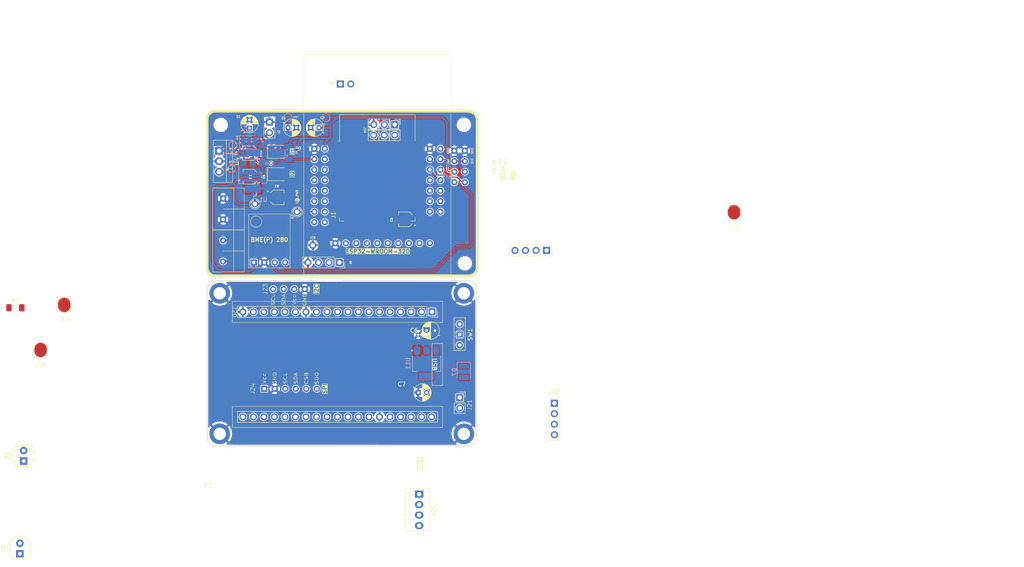
<source format=kicad_pcb>
(kicad_pcb (version 20240108) (generator "pcbnew") (generator_version "8.0")
  (layers (0 "F.Cu" signal) (31 "B.Cu" signal) (34 "B.Paste" user) (35 "F.Paste" user) (36 "B.SilkS" user "B.Silkscreen") (37 "F.SilkS" user "F.Silkscreen") (38 "B.Mask" user) (39 "F.Mask" user) (44 "Edge.Cuts" user))
  (net 0 "")
  (net 1 "GND")
  (net 2 "+3V3")
  (net 3 "+5V")
  (net 4 "/RXD")
  (net 5 "/TXD")
  (net 6 "/SDA")
  (net 7 "/GPIO_33")
  (net 8 "/SCL")
  (net 9 "/OUT3")
  (net 10 "/EN")
  (net 11 "/SOURCE2")
  (net 12 "/SOURCE1")
  (net 13 "/SOURCE3")
  (net 14 "/VDC")
  (net 15 "/DAC1")
  (net 16 "/DAC2")
  (net 17 "/GPIO39")
  (net 18 "/GPIO19")
  (net 19 "/GPIO17")
  (net 20 "/GPIO5")
  (net 21 "/GPIO18")
  (net 22 "/SD_DATA0")
  (net 23 "/ADC2_CH3")
  (net 24 "/SD_DATA3")
  (net 25 "/SD_CMD")
  (net 26 "/SD_CLK")
  (net 27 "/SD_DATA2")
  (net 28 "/SD_DATA1")
  (net 29 "/ADC2_CH0")
  (net 30 "/GPIO23")
  (net 31 "/GPIO36")
  (net 32 "/ADC2_CH2")
  (net 33 "/BOOT")
  (net 34 "/GPIO13")
  (net 35 "/SOURCE4")
  (net 36 "/SOURCE5")
  (net 37 "/SIPO_DATA")
  (net 38 "/SIPO_CLK")
  (net 39 "/SIPO_LATCH")
  (net 40 "/GPIO14")
  (net 41 "/OUT1")
  (net 42 "/VIN")
  (net 43 "Net-(D5-Pad1)")
  (net 44 "Net-(J15-Pin_1)")
  (net 45 "Net-(J19-Pin_1)")
  (net 46 "/OUT2")
  (net 58 "/ESP32-WROOM-32U Node/VIN")
  (net 63 "/ESP32-WROOM-32U Node/VDC")
  (net 74 "/ESP32-WROOM-32U Node/SPI-SDO")
  (net 75 "/ESP32-WROOM-32U Node/TX")
  (net 76 "Net-(J21-Pin_1)")
  (net 77 "/ESP32-WROOM-32U Node/SDA-2")
  (net 78 "/ESP32-WROOM-32U Node/SPI-CSB")
  (net 79 "/ESP32-WROOM-32U Node/SPI-SCL")
  (net 80 "/ESP32-WROOM-32U Node/SCL-2")
  (net 81 "/ESP32-WROOM-32U Node/RX")
  (net 82 "Net-(D7-A)")
  (net 83 "/ESP32-WROOM-32U Node/SPI-SDA")
  (net 85 "/ESP32-WROOM-32U Node/12V")
  (footprint "Capacitor_THT:CP_Radial_D4.0mm_P2.00mm" (layer "F.Cu") (at 107 44.2 180)
    (property "Reference" "C2")
    (property "Value" "1uF")
  )
  (footprint "LED_SMD:LED_1210_3225Metric_Pad1.42x2.65mm_HandSolder" (layer "F.Cu") (at 97 55.45)
    (property "Reference" "D2")
    (property "Value" "STATUS")
  )
  (footprint "Alexander Footprint Library:Board_65-40" (layer "F.Cu") (at 80 131.25)
    (property "Reference" "H3")
    (property "Value" "Project_Box_Board_65x40")
    (fp_line (start 0 -13) (end 0 -47) (stroke (width 0.05)) (layer "Edge.Cuts"))
    (fp_line (start 3 -50) (end 62 -50) (stroke (width 0.05)) (layer "Edge.Cuts"))
    (fp_line (start 62 -10) (end 3 -10) (stroke (width 0.05)) (layer "Edge.Cuts"))
    (fp_line (start 65 -47) (end 65 -13) (stroke (width 0.05)) (layer "Edge.Cuts"))
    (fp_arc (start 0 -47) (mid 0.87868 -49.12132) (end 3 -50) (stroke (width 0.05)) (layer "Edge.Cuts"))
    (fp_arc (start 3 -10) (mid 0.87868 -10.87868) (end 0 -13) (stroke (width 0.05)) (layer "Edge.Cuts"))
    (fp_arc (start 62 -50) (mid 64.12132 -49.12132) (end 65 -47) (stroke (width 0.05)) (layer "Edge.Cuts"))
    (fp_arc (start 65 -13) (mid 64.12132 -10.87868) (end 62 -10) (stroke (width 0.05)) (layer "Edge.Cuts"))
  )
  (footprint "Capacitor_SMD:CP_Elec_3x5.3" (layer "F.Cu") (at 90.3 50.35 180)
    (property "Reference" "C4")
    (property "Value" "0.1uF")
  )
  (footprint "Resistor_SMD:R_1206_3216Metric_Pad1.30x1.75mm_HandSolder" (layer "F.Cu") (at 33.612 87.7585)
    (property "Reference" "R7")
    (property "Value" "4K7")
  )
  (footprint "LED_THT:LED_D5.0mm" (layer "F.Cu") (at 34.7 147.25 90)
    (property "Reference" "D6")
    (property "Value" "LED_STATUS")
  )
  (footprint "Connector_PinSocket_2.54mm:PinSocket_1x04_P2.54mm_Vertical" (layer "F.Cu") (at 163.88 110.85)
    (property "Reference" "J22")
    (property "Value" "PWR_SATA_Conn_01x04")
  )
  (footprint "Alexander Footprint Library:Pad_1x01_P2.54_SMD" (layer "F.Cu") (at 39.712 102.098)
    (property "Reference" "J19")
    (property "Value" "LED_PWR")
  )
  (footprint "Alexanddr Footprints Library:ESP32-WROOM-Adapter-Socket-2" (layer "F.Cu") (at 121.1 56.9025)
    (property "Reference" "J1")
    (property "Value" "~")
  )
  (footprint "Alexander Footprint Library:Pad_1x01_P2.54_SMD" (layer "F.Cu") (at 45.412 91.198)
    (property "Reference" "J15")
    (property "Value" "LED_PWR")
  )
  (footprint "MountingHole:MountingHole_3mm" (layer "F.Cu") (at 142 43.5)
    (property "Reference" "H1" (hide yes))
    (property "Value" "MountingHole_Pad")
  )
  (footprint "MountingHole:MountingHole_3mm" (layer "F.Cu") (at 83.25 43.53)
    (property "Reference" "H2" (hide yes))
    (property "Value" "MountingHole_Pad")
  )
  (footprint "Alexander Footprints Library:Conn_Terminal_5mm" (layer "F.Cu") (at 83.82 53.69)
    (property "Reference" "J9" (hide yes))
    (property "Value" "Conn_01x02_Socket")
  )
  (footprint "Alexander Footprint Library:Pad_1x01_P2.54_SMD" (layer "F.Cu") (at 207.3 68.7895)
    (property "Reference" "J17")
    (property "Value" "GND")
  )
  (footprint "Capacitor_THT:CP_Radial_D4.0mm_P2.00mm" (layer "F.Cu") (at 131 108.25)
    (property "Reference" "C7")
    (property "Value" "1uF")
  )
  (footprint "Connector:FanPinHeader_1x04_P2.54mm_Vertical" (layer "F.Cu") (at 131.2 132.83 -90)
    (property "Reference" "J25")
    (property "Value" "Conn_01x04_Pin")
  )
  (footprint "Capacitor_SMD:CP_Elec_3x5.3" (layer "F.Cu") (at 90.4 56.05 180)
    (property "Reference" "C9")
    (property "Value" "0.1uF")
  )
  (footprint "Alexander Footprint Library:PinSocket_1x01_P2.54" (layer "F.Cu") (at 91.5 65.19)
    (property "Reference" "J7")
    (property "Value" "LED_PWR")
  )
  (footprint "Alexander Footprint Library:Conn_SPI" (layer "F.Cu") (at 88.68 107.35 90)
    (property "Reference" "J24")
    (property "Value" "~")
  )
  (footprint "Connector_PinSocket_2.54mm:PinSocket_1x02_P2.54mm_Vertical" (layer "F.Cu") (at 95.025 42.85)
    (property "Reference" "J2")
    (property "Value" "PWR")
  )
  (footprint "Connector_PinSocket_2.54mm:PinSocket_1x04_P2.54mm_Vertical" (layer "F.Cu") (at 111.94 76.8 -90)
    (property "Reference" "J6")
    (property "Value" "SOURCE")
  )
  (footprint "Connector_PinSocket_2.54mm:PinSocket_1x04_P2.54mm_Vertical" (layer "F.Cu") (at 162 73.875 -90)
    (property "Reference" "J10" (hide yes))
    (property "Value" "ADC")
  )
  (footprint "Capacitor_SMD:CP_Elec_3x5.3" (layer "F.Cu") (at 128 66.35 180)
    (property "Reference" "C5")
    (property "Value" "0.1uF")
  )
  (footprint "Alexander Footprint Library:PinSocket_1x02_P2.54" (layer "F.Cu") (at 139.79 114.5925)
    (property "Reference" "J21")
    (property "Value" "PWR")
  )
  (footprint "Capacitor_THT:CP_Radial_D4.0mm_P2.00mm" (layer "F.Cu") (at 99.5 44.2)
    (property "Reference" "C3")
    (property "Value" "1uF")
  )
  (footprint "Alexander Footprint Library:Conn_ESP32_WROOM-DevKit-38pins" (layer "F.Cu") (at 86.06 88.75 -90)
    (property "Reference" "J20")
    (property "Value" "~")
  )
  (footprint "Capacitor_SMD:CP_Elec_3x5.3" (layer "F.Cu") (at 96.8 61.05)
    (property "Reference" "C8")
    (property "Value" "10uF")
  )
  (footprint "Alexander Footprint Library:PinSocket_1x01_P2.54" (layer "F.Cu") (at 101.7 67.12)
    (property "Reference" "J18")
    (property "Value" "LED_PWR")
  )
  (footprint "Alexander Footprint Library:Conn_I2C" (layer "F.Cu") (at 111.16 83.25 -90)
    (property "Reference" "J23")
    (property "Value" "I2C")
  )
  (footprint "Capacitor_THT:CP_Radial_D4.0mm_P2.00mm" (layer "F.Cu") (at 135 93.25 180)
    (property "Reference" "C6")
    (property "Value" "1uF")
  )
  (footprint "Connector_PinSocket_2.54mm:PinSocket_1x02_P2.54mm_Vertical" (layer "F.Cu") (at 112.15 33.625 90)
    (property "Reference" "J5")
    (property "Value" "DAC")
  )
  (footprint "Alexander Footprint Library:CONN_2x3" (layer "F.Cu") (at 130.38 43.45 -90)
    (property "Reference" "J14")
    (property "Value" "GPIO")
  )
  (footprint "Alexander Footprints Library:Conn_UART" (layer "F.Cu") (at 139.7 42.15)
    (property "Reference" "J3" (hide yes))
    (property "Value" "UART")
  )
  (footprint "Alexander Footprint Library:SW_Slide-03_7.3x2.5x2.5_P2.54mm" (layer "F.Cu") (at 141 94.25 -90)
    (property "Reference" "SW1")
    (property "Value" "SW_SPDT")
  )
  (footprint "Alexander Footprint Library:PinSocket_1x01_P2.54" (layer "F.Cu") (at 105.5 75.19)
    (property "Reference" "J16")
    (property "Value" "GND")
  )
  (footprint "Capacitor_THT:CP_Radial_D4.0mm_P2.00mm" (layer "F.Cu") (at 90.2 44.3 90)
    (property "Reference" "C1")
    (property "Value" "1uF")
  )
  (footprint "Alexander Footprint Library:BME280_BMP280_I2C" (layer "F.Cu") (at 90 78.1 90)
    (property "Reference" "U7")
    (property "Value" "BME(P)280")
  )
  (footprint "Alexander Footprint Library:LD1117" (layer "F.Cu") (at 82.855 49.77 -90)
    (property "Reference" "U4")
    (property "Value" "L7805")
  )
  (footprint "Alexander Footprints Library:Conn_I2C" (layer "F.Cu") (at 142.24 42.15)
    (property "Reference" "J4" (hide yes))
    (property "Value" "I2C")
  )
  (footprint "LED_THT:LED_D5.0mm" (layer "F.Cu") (at 35.612 124.8335 90)
    (property "Reference" "D5")
    (property "Value" "LED_PWR")
  )
  (footprint "LED_SMD:LED_1210_3225Metric_Pad1.42x2.65mm_HandSolder" (layer "F.Cu") (at 97 50)
    (property "Reference" "D1")
    (property "Value" "PWR")
  )
  (footprint "MountingHole:MountingHole_3mm" (layer "F.Cu") (at 142.25 77)
    (property "Reference" "H4" (hide yes))
    (property "Value" "MountingHole_Pad")
  )
  (footprint "Alexander Footprints Library:Conn_Terminal_5mm" (layer "F.Cu") (at 83.82 63.85)
    (property "Reference" "J8" (hide yes))
    (property "Value" "Conn_01x02_Socket")
  )
  (footprint "TestPoint:TestPoint_Pad_D1.5mm" (layer "B.Cu") (at 99.5 41.75 180)
    (property "Reference" "TP4")
    (property "Value" "5V")
  )
  (footprint "TestPoint:TestPoint_Pad_D1.5mm" (layer "B.Cu") (at 108.7 41.75 180)
    (property "Reference" "TP3")
    (property "Value" "3V3")
  )
  (footprint "Diode_SMD:D_1210_3225Metric" (layer "B.Cu") (at 142 103.25 -90)
    (property "Reference" "D7")
    (property "Value" "D")
  )
  (footprint "Resistor_SMD:R_1206_3216Metric_Pad1.30x1.75mm_HandSolder" (layer "B.Cu") (at 99.7 50.25 -90)
    (property "Reference" "R1")
    (property "Value" "10K")
  )
  (footprint "Diode_SMD:D_1210_3225Metric" (layer "B.Cu") (at 90.1 47.75)
    (property "Reference" "D4")
    (property "Value" "D")
  )
  (footprint "TestPoint:TestPoint_Pad_D1.5mm" (layer "B.Cu") (at 86.2 48.45 180)
    (property "Reference" "TP1")
    (property "Value" "VIN")
  )
  (footprint "TestPoint:TestPoint_Pad_D1.5mm" (layer "B.Cu") (at 85.9 54.15 180)
    (property "Reference" "TP2")
    (property "Value" "GND")
  )
  (footprint "Package_TO_SOT_SMD:SOT-223-3_TabPin2" (layer "B.Cu") (at 91 55.75 -90)
    (property "Reference" "U1")
    (property "Value" "AMS1117-3V3")
  )
  (footprint "Package_TO_SOT_SMD:SOT-223-3_TabPin2" (layer "B.Cu") (at 133 101.25 -90)
    (property "Reference" "U11")
    (property "Value" "AMS1117-5.0")
  )
  (gr_line (start 145.25 42.11421) (end 145.25 78.085782) (stroke (width 0.75)) (layer "F.SilkS"))
  (gr_line (start 81.914218 40.164218) (end 143.08579 40.164218) (stroke (width 0.75)) (layer "F.SilkS"))
  (gr_arc (start 145.25 78.085782) (mid 144.66422 79.500007) (end 143.25 80.085782) (stroke (width 0.75)) (layer "F.SilkS"))
  (gr_line (start 79.914218 42.11421) (end 79.914218 78.085782) (stroke (width 0.75)) (layer "F.SilkS"))
  (gr_arc (start 81.914218 80.085782) (mid 80.499999 79.500001) (end 79.914218 78.085782) (stroke (width 0.75)) (layer "F.SilkS"))
  (gr_arc (start 143.25 40.25) (mid 144.664214 40.835786) (end 145.25 42.25) (stroke (width 0.75)) (layer "F.SilkS"))
  (gr_arc (start 79.914218 42.164218) (mid 80.499999 40.749999) (end 81.914218 40.164218) (stroke (width 0.75)) (layer "F.SilkS"))
  (gr_line (start 81.914214 80.085782) (end 143.085786 80.085782) (stroke (width 0.75)) (layer "F.SilkS"))
  (gr_line (start 82.014214 80.235786) (end 106.4 80.25) (stroke (width 0.1)) (layer "Edge.Cuts"))
  (gr_line (start 80 42.25) (end 80.014214 78.235786) (stroke (width 0.1)) (layer "Edge.Cuts"))
  (gr_arc (start 79.921321 83.157107) (mid 80.507106 81.742896) (end 81.921321 81.157107) (stroke (width 0.1)) (layer "Edge.Cuts"))
  (gr_line (start 81.921321 121.128679) (end 143.107107 121.142893) (stroke (width 0.1)) (layer "Edge.Cuts"))
  (gr_arc (start 81.921321 121.128679) (mid 80.507101 120.542899) (end 79.921321 119.128679) (stroke (width 0.1)) (layer "Edge.Cuts"))
  (gr_line (start 143.092893 81.157107) (end 113 81.15) (stroke (width 0.1)) (layer "Edge.Cuts"))
  (gr_arc (start 145.107107 119.142893) (mid 144.521321 120.557107) (end 143.107107 121.142893) (stroke (width 0.1)) (layer "Edge.Cuts"))
  (gr_line (start 106.4 81.15) (end 81.921321 81.157107) (stroke (width 0.1)) (layer "Edge.Cuts"))
  (gr_arc (start 143.185786 40.264214) (mid 144.600004 40.849996) (end 145.185786 42.264214) (stroke (width 0.1)) (layer "Edge.Cuts"))
  (gr_line (start 113 80.25) (end 143.185786 80.235786) (stroke (width 0.1)) (layer "Edge.Cuts"))
  (gr_arc (start 82.014214 80.235786) (mid 80.599996 79.650004) (end 80.014214 78.235786) (stroke (width 0.1)) (layer "Edge.Cuts"))
  (gr_line (start 145.185786 42.264214) (end 145.185786 78.235786) (stroke (width 0.1)) (layer "Edge.Cuts"))
  (gr_arc (start 80 42.25) (mid 80.585786 40.835786) (end 82 40.25) (stroke (width 0.1)) (layer "Edge.Cuts"))
  (gr_line (start 145.107107 119.142893) (end 145.092893 83.157107) (stroke (width 0.1)) (layer "Edge.Cuts"))
  (gr_line (start 79.921321 119.128679) (end 79.921321 83.157107) (stroke (width 0.1)) (layer "Edge.Cuts"))
  (gr_line (start 106.4 81.15) (end 106.4 80.25) (stroke (width 0.1)) (layer "Edge.Cuts"))
  (gr_arc (start 145.185786 78.235786) (mid 144.600004 79.650004) (end 143.185786 80.235786) (stroke (width 0.1)) (layer "Edge.Cuts"))
  (gr_arc (start 143.092893 81.157107) (mid 144.507112 81.742888) (end 145.092893 83.157107) (stroke (width 0.1)) (layer "Edge.Cuts"))
  (gr_line (start 113 81.15) (end 113 80.25) (stroke (width 0.1)) (layer "Edge.Cuts"))
  (gr_line (start 143.185786 40.264214) (end 82 40.25) (stroke (width 0.1)) (layer "Edge.Cuts"))
  (gr_text "PWR" (at 132 127.25 90) (layer "F.SilkS" knockout) (effects (font (size 1 1) (thickness 0.25) (bold yes)) (justify left bottom)))
  (segment (start 84.21 66) (end 83.82 66.39) (width 0.5) (layer "F.Cu") (net 1))
  (segment (start 95.5 54.8625) (end 95.5125 54.85) (width 0.25) (layer "F.Cu") (net 1))
  (segment (start 95.5 55.4625) (end 95.5125 55.45) (width 0.25) (layer "F.Cu") (net 1))
  (segment (start 91.5 59.65) (end 91.9 59.25) (width 0.5) (layer "F.Cu") (net 2))
  (segment (start 101.15 50) (end 102 49.15) (width 0.5) (layer "F.Cu") (net 2))
  (segment (start 94.63 62.62) (end 91.5 62.62) (width 0.5) (layer "F.Cu") (net 2))
  (segment (start 91.9 59.25) (end 91.9 56.05) (width 0.5) (layer "F.Cu") (net 2))
  (segment (start 98.4875 50) (end 101.15 50) (width 0.5) (layer "F.Cu") (net 2))
  (segment (start 95.3 61.05) (end 95.3 61.95) (width 0.5) (layer "F.Cu") (net 2))
  (segment (start 95.3 61.95) (end 94.63 62.62) (width 0.5) (layer "F.Cu") (net 2))
  (segment (start 91.5 62.62) (end 91.5 59.65) (width 0.5) (layer "F.Cu") (net 2))
  (via (at 102 49.15) (size 0.8) (drill 0.4) (layers "F.Cu" "B.Cu") (net 2))
  (segment (start 96.075 48.7) (end 97.525 48.7) (width 0.5) (layer "B.Cu") (net 2))
  (segment (start 108.4 49.2825) (end 108.4 47.85) (width 0.5) (layer "B.Cu") (net 2))
  (segment (start 109.408578 44.2) (end 107 44.2) (width 0.5) (layer "B.Cu") (net 2))
  (segment (start 109.5 46.75) (end 109.75 46.5) (width 0.5) (layer "B.Cu") (net 2))
  (segment (start 81.3 75.997918) (end 81.3 59.75104) (width 0.5) (layer "B.Cu") (net 2))
  (segment (start 93.3 54.905025) (end 93.3 52.6) (width 0.5) (layer "B.Cu") (net 2))
  (segment (start 100 48.7) (end 100 48.03033) (width 0.5) (layer "B.Cu") (net 2))
  (segment (start 137.9 51.55) (end 138.66 52.31) (width 0.5) (layer "B.Cu") (net 2))
  (segment (start 84.202081 78.9) (end 89.990883 78.9) (width 0.5) (layer "B.Cu") (net 2))
  (segment (start 109.75 45) (end 109.75 44.141421) (width 0.5) (layer "B.Cu") (net 2))
  (segment (start 103 46.75) (end 101.28033 46.75) (width 0.5) (layer "B.Cu") (net 2))
  (segment (start 109.75 43.858578) (end 109.75 44.141421) (width 0.5) (layer "B.Cu") (net 2))
  (segment (start 138.66 52.31) (end 139.7 52.31) (width 0.5) (layer "B.Cu") (net 2))
  (segment (start 139.7 52.31) (end 142.24 52.31) (width 0.5) (layer "B.Cu") (net 2))
  (segment (start 129.1 41.75) (end 136.8 41.75) (width 0.5) (layer "B.Cu") (net 2))
  (segment (start 112.31066 41.75) (end 129.1 41.75) (width 0.5) (layer "B.Cu") (net 2))
  (segment (start 88.207106 62.75) (end 91.5 62.75) (width 0.5) (layer "B.Cu") (net 2))
  (segment (start 86.5 61.042893) (end 86.5 57.5) (width 0.5) (layer "B.Cu") (net 2))
  (segment (start 103 46.75) (end 109.5 46.75) (width 0.5) (layer "B.Cu") (net 2))
  (segment (start 137.9 42.85) (end 137.9 51.55) (width 0.5) (layer "B.Cu") (net 2))
  (segment (start 91.22 77.670883) (end 91.22 76.8) (width 0.5) (layer "B.Cu") (net 2))
  (segment (start 89.455634 56.1) (end 92.105025 56.1) (width 0.5) (layer "B.Cu") (net 2))
  (segment (start 96.075 48.7) (end 95.177817 48.7) (width 0.5) (layer "B.Cu") (net 2))
  (segment (start 136.8 41.75) (end 137.9 42.85) (width 0.5) (layer "B.Cu") (net 2))
  (segment (start 108.4 47.85) (end 109.75 46.5) (width 0.5) (layer "B.Cu") (net 2))
  (segment (start 109.75 46.5) (end 109.75 45) (width 0.5) (layer "B.Cu") (net 2))
  (segment (start 110.015165 42.984834) (end 110.5 42.5) (width 0.5) (layer "B.Cu") (net 2))
  (segment (start 102 47.75) (end 103 46.75) (width 0.5) (layer "B.Cu") (net 2))
  (segment (start 109.75 43.858578) (end 109.75 43.625) (width 0.5) (layer "B.Cu") (net 2))
  (segment (start 93.3 52.6) (end 93.3 50.577817) (width 0.5) (layer "B.Cu") (net 2))
  (segment (start 82.75104 58.3) (end 84.144365 58.3) (width 0.5) (layer "B.Cu") (net 2))
  (segment (start 102 49.15) (end 102 47.75) (width 0.5) (layer "B.Cu") (net 2))
  (segment (start 129.3 41.75) (end 129.1 41.75) (width 0.5) (layer "B.Cu") (net 2))
  (segment (start 108.7 41.75) (end 112.31066 41.75) (width 0.5) (layer "B.Cu") (net 2))
  (segment (start 100 48.7) (end 97.525 48.7) (width 0.5) (layer "B.Cu") (net 2))
  (arc (start 93.3 54.905025) (mid 93.209037 55.362322) (end 92.95 55.75) (width 0.5) (layer "B.Cu") (net 2))
  (arc (start 86.8 57.2) (mid 85.581584 58.014119) (end 84.144365 58.3) (width 0.5) (layer "B.Cu") (net 2))
  (arc (start 89.455634 56.1) (mid 88.018415 56.38588) (end 86.8 57.2) (width 0.5) (layer "B.Cu") (net 2))
  (arc (start 86.5 61.042893) (mid 86.629945 61.696174) (end 87 62.25) (width 0.5) (layer "B.Cu") (net 2))
  (arc (start 82.75104 58.3) (mid 82.195751 58.410453) (end 81.725 58.725) (width 0.5) (layer "B.Cu") (net 2))
  (arc (start 92.95 55.75) (mid 92.562322 56.009037) (end 92.105025 56.1) (width 0.5) (layer "B.Cu") (net 2))
  (arc (start 109.75 43.625) (mid 109.818914 43.278544) (end 110.015165 42.984834) (width 0.5) (layer "B.Cu") (net 2))
  (arc (start 95.177817 48.7) (mid 94.459207 48.84294) (end 93.85 49.25) (width 0.5) (layer "B.Cu") (net 2))
  (arc (start 82.15 78.05) (mid 83.091502 78.679092) (end 84.202081 78.9) (width 0.5) (layer "B.Cu") (net 2))
  (arc (start 109.75 44.141421) (mid 109.713838 44.087301) (end 109.65 44.1) (width 0.5) (layer "B.Cu") (net 2))
  (arc (start 93.85 49.25) (mid 93.44294 49.859207) (end 93.3 50.577817) (width 0.5) (layer "B.Cu") (net 2))
  (arc (start 90.86 78.54) (mid 90.461245 78.806439) (end 89.990883 78.9) (width 0.5) (layer "B.Cu") (net 2))
  (arc (start 109.65 44.1) (mid 109.539234 44.17401) (end 109.408578 44.2) (width 0.5) (layer "B.Cu") (net 2))
  (arc (start 87 62.25) (mid 87.553825 62.620054) (end 88.207106 62.75) (width 0.5) (layer "B.Cu") (net 2))
  (arc (start 81.725 58.725) (mid 81.410453 59.195751) (end 81.3 59.75104) (width 0.5) (layer "B.Cu") (net 2))
  (arc (start 101.28033 46.75) (mid 100.790368 46.847459) (end 100.375 47.125) (width 0.5) (layer "B.Cu") (net 2))
  (arc (start 91.22 77.670883) (mid 91.126439 78.141245) (end 90.86 78.54) (width 0.5) (layer "B.Cu") (net 2))
  (arc (start 110.5 42.5) (mid 111.330737 41.944918) (end 112.31066 41.75) (width 0.5) (layer "B.Cu") (net 2))
  (arc (start 109.65 44.1) (mid 109.72401 43.989234) (end 109.75 43.858578) (width 0.5) (layer "B.Cu") (net 2))
  (arc (start 100.375 47.125) (mid 100.097459 47.540368) (end 100 48.03033) (width 0.5) (layer "B.Cu") (net 2))
  (arc (start 81.3 75.997918) (mid 81.520907 77.108496) (end 82.15 78.05) (width 0.5) (layer "B.Cu") (net 2))
  (segment (start 99.5 45.693413) (end 99.5 44.2) (width 0.5) (layer "F.Cu") (net 3))
  (segment (start 98.6375 46.9625) (end 99.2125 46.3875) (width 0.5) (layer "F.Cu") (net 3))
  (segment (start 88.1 47.25) (end 97.943413 47.25) (width 0.5) (layer "F.Cu") (net 3))
  (segment (start 84.9 54.85) (end 85.4 54.35) (width 0.5) (layer "F.Cu") (net 3))
  (segment (start 85.4 54.35) (end 85.4 49.95) (width 0.5) (layer "F.Cu") (net 3))
  (segment (start 82.855 54.85) (end 84.9 54.85) (width 0.5) (layer "F.Cu") (net 3))
  (segment (start 85.4 49.95) (end 88.1 47.25) (width 0.5) (layer "F.Cu") (net 3))
  (arc (start 97.943413 47.25) (mid 98.31905 47.175281) (end 98.6375 46.9625) (width 0.5) (layer "F.Cu") (net 3))
  (arc (start 99.5 45.693413) (mid 99.425281 46.06905) (end 99.2125 46.3875) (width 0.5) (layer "F.Cu") (net 3))
  (segment (start 99.5 42.25) (end 99.5 44.2) (width 0.25) (layer "B.Cu") (net 3))
  (segment (start 139.7 57.35) (end 139.7 57.39) (width 0.25) (layer "F.Cu") (net 4))
  (segment (start 140.3 57.45) (end 139.3 57.45) (width 0.25) (layer "F.Cu") (net 4))
  (segment (start 139.04 57.39) (end 139.7 57.39) (width 0.25) (layer "F.Cu") (net 4))
  (segment (start 137.96 55.65) (end 139.7 57.39) (width 0.25) (layer "B.Cu") (net 4))
  (segment (start 133.8 54.3625) (end 135.0875 55.65) (width 0.25) (layer "B.Cu") (net 4))
  (segment (start 135.0875 55.65) (end 137.96 55.65) (width 0.25) (layer "B.Cu") (net 4))
  (segment (start 138 52.25) (end 137.5725 51.8225) (width 0.25) (layer "F.Cu") (net 5))
  (segment (start 139.7 54.85) (end 138.3 54.85) (width 0.25) (layer "F.Cu") (net 5))
  (segment (start 137.5725 51.8225) (end 136.34 51.8225) (width 0.25) (layer "F.Cu") (net 5))
  (segment (start 138 54.55) (end 138 52.25) (width 0.25) (layer "F.Cu") (net 5))
  (segment (start 138.3 54.85) (end 138 54.55) (width 0.25) (layer "F.Cu") (net 5))
  (segment (start 139.7 54.85) (end 139.5 54.85) (width 0.25) (layer "F.Cu") (net 5))
  (segment (start 142.24 54.85) (end 142.24 55.51) (width 0.25) (layer "F.Cu") (net 6))
  (segment (start 98.84 76.8) (end 98.84 78.09) (width 0.25) (layer "B.Cu") (net 6))
  (segment (start 141 57.95) (end 141 56.09) (width 0.25) (layer "B.Cu") (net 6))
  (segment (start 140.990501 53.600501) (end 142.24 54.85) (width 0.25) (layer "B.Cu") (net 6))
  (segment (start 136.34 54.3625) (end 137.101999 53.600501) (width 0.25) (layer "B.Cu") (net 6))
  (segment (start 143.281802 72.781802) (end 143.55 72.513604) (width 0.25) (layer "B.Cu") (net 6))
  (segment (start 99.4 78.65) (end 130.7 78.65) (width 0.25) (layer "B.Cu") (net 6))
  (segment (start 130.7 78.65) (end 134.55 78.65) (width 0.25) (layer "B.Cu") (net 6))
  (segment (start 143.55 72.513604) (end 143.55 60.5) (width 0.25) (layer "B.Cu") (net 6))
  (segment (start 143.55 60.5) (end 141 57.95) (width 0.25) (layer "B.Cu") (net 6))
  (segment (start 140.418198 72.781802) (end 143.281802 72.781802) (width 0.25) (layer "B.Cu") (net 6))
  (segment (start 98.84 78.09) (end 99.4 78.65) (width 0.25) (layer "B.Cu") (net 6))
  (segment (start 141 56.09) (end 142.24 54.85) (width 0.25) (layer "B.Cu") (net 6))
  (segment (start 137.101999 53.600501) (end 140.990501 53.600501) (width 0.25) (layer "B.Cu") (net 6))
  (segment (start 134.55 78.65) (end 140.418198 72.781802) (width 0.25) (layer "B.Cu") (net 6))
  (segment (start 135.1 55.15) (end 135.6 55.65) (width 0.25) (layer "F.Cu") (net 8))
  (segment (start 133.8 51.8225) (end 135.1 53.1225) (width 0.25) (layer "F.Cu") (net 8))
  (segment (start 141.603604 57.39) (end 142.24 57.39) (width 0.25) (layer "F.Cu") (net 8))
  (segment (start 137.3 55.65) (end 137.8 56.15) (width 0.25) (layer "F.Cu") (net 8))
  (segment (start 135.1 53.1225) (end 135.1 55.15) (width 0.25) (layer "F.Cu") (net 8))
  (segment (start 135.6 55.65) (end 137.3 55.65) (width 0.25) (layer "F.Cu") (net 8))
  (segment (start 140.363604 56.15) (end 141.603604 57.39) (width 0.25) (layer "F.Cu") (net 8))
  (segment (start 137.8 56.15) (end 140.363604 56.15) (width 0.25) (layer "F.Cu") (net 8))
  (segment (start 142.24 58.553604) (end 142.24 57.39) (width 0.25) (layer "B.Cu") (net 8))
  (segment (start 144 72.7) (end 144 60.313604) (width 0.25) (layer "B.Cu") (net 8))
  (segment (start 134.8 79.1) (end 140.6 73.3) (width 0.25) (layer "B.Cu") (net 8))
  (segment (start 140.6 73.3) (end 143.4 73.3) (width 0.25) (layer "B.Cu") (net 8))
  (segment (start 96.3 76.8) (end 96.3 78.45) (width 0.25) (layer "B.Cu") (net 8))
  (segment (start 143.4 73.3) (end 144 72.7) (width 0.25) (layer "B.Cu") (net 8))
  (segment (start 96.3 78.45) (end 96.95 79.1) (width 0.25) (layer "B.Cu") (net 8))
  (segment (start 144 60.313604) (end 142.24 58.553604) (width 0.25) (layer "B.Cu") (net 8))
  (segment (start 96.95 79.1) (end 134.8 79.1) (width 0.25) (layer "B.Cu") (net 8))
  (segment (start 92.3 52.75) (end 91.8 52.25) (width 0.25) (layer "F.Cu") (net 10))
  (segment (start 91.8 52.25) (end 91.8 50.35) (width 0.25) (layer "F.Cu") (net 10))
  (segment (start 95.4 52.75) (end 92.3 52.75) (width 0.25) (layer "F.Cu") (net 10))
  (via (at 95.4 52.75) (size 0.8) (drill 0.4) (layers "F.Cu" "B.Cu") (net 10))
  (segment (start 95.4 52.75) (end 96.7 52.75) (width 0.25) (layer "B.Cu") (net 10))
  (segment (start 101.4 51.8) (end 101.45 51.8) (width 0.25) (layer "B.Cu") (net 10))
  (segment (start 105.86 51.8225) (end 101.4225 51.8225) (width 0.25) (layer "B.Cu") (net 10))
  (segment (start 99.7 51.8) (end 101.4 51.8) (width 0.25) (layer "B.Cu") (net 10))
  (segment (start 97.65 51.8) (end 99.7 51.8) (width 0.25) (layer "B.Cu") (net 10))
  (segment (start 101.4225 51.8225) (end 101.4 51.8) (width 0.25) (layer "B.Cu") (net 10))
  (segment (start 96.7 52.75) (end 97.65 51.8) (width 0.25) (layer "B.Cu") (net 10))
  (segment (start 86.37 71.47) (end 88 73.1) (width 0.5) (layer "F.Cu") (net 11))
  (segment (start 88 73.1) (end 99 73.1) (width 0.5) (layer "F.Cu") (net 11))
  (segment (start 83.82 71.47) (end 86.37 71.47) (width 0.5) (layer "F.Cu") (net 11))
  (segment (start 86.275 76.55) (end 88.075 74.75) (width 0.5) (layer "F.Cu") (net 12))
  (segment (start 83.82 76.55) (end 86.275 76.55) (width 0.5) (layer "F.Cu") (net 12))
  (segment (start 88.075 74.75) (end 99.75 74.75) (width 0.5) (layer "F.Cu") (net 12))
  (segment (start 95.025 45.425) (end 92.7 47.75) (width 0.5) (layer "B.Cu") (net 14))
  (segment (start 92.7 47.75) (end 91.5 47.75) (width 0.5) (layer "B.Cu") (net 14))
  (segment (start 95.025 45.39) (end 95.025 45.425) (width 0.5) (layer "B.Cu") (net 14))
  (segment (start 129.5 66.35) (end 134.5125 66.35) (width 0.25) (layer "F.Cu") (net 33))
  (segment (start 134.5125 66.35) (end 136.34 64.5225) (width 0.25) (layer "F.Cu") (net 33))
  (segment (start 101.7 56.05) (end 101.1 55.45) (width 0.25) (layer "F.Cu") (net 40))
  (segment (start 101.7 64.55) (end 105.8325 64.55) (width 0.25) (layer "F.Cu") (net 40))
  (segment (start 105.8325 64.55) (end 105.86 64.5225) (width 0.25) (layer "F.Cu") (net 40))
  (segment (start 101.1 55.45) (end 98.4875 55.45) (width 0.25) (layer "F.Cu") (net 40))
  (segment (start 101.7 64.55) (end 101.7 56.05) (width 0.25) (layer "F.Cu") (net 40))
  (segment (start 82.98 49.77) (end 82.855 49.77) (width 0.5) (layer "F.Cu") (net 42))
  (segment (start 90.2 44.3) (end 88.45 44.3) (width 0.5) (layer "F.Cu") (net 42))
  (segment (start 88.45 44.3) (end 82.98 49.77) (width 0.5) (layer "F.Cu") (net 42))
  (segment (start 88.7 50.546446) (end 88.7 51.253553) (width 0.5) (layer "B.Cu") (net 42))
  (segment (start 88.7 45.153553) (end 88.7 47.4) (width 0.5) (layer "B.Cu") (net 42))
  (segment (start 86.2 49.11) (end 86.2 48.45) (width 0.25) (layer "B.Cu") (net 42))
  (segment (start 88.45 50.65) (end 88.2 50.4) (width 0.5) (layer "B.Cu") (net 42))
  (segment (start 88.7 50.546446) (end 88.7 47.4) (width 0.5) (layer "B.Cu") (net 42))
  (segment (start 88.45 50.65) (end 88.054368 50.254368) (width 0.5) (layer "B.Cu") (net 42))
  (segment (start 89.553553 44.3) (end 90.2 44.3) (width 0.5) (layer "B.Cu") (net 42))
  (segment (start 88.7 51.253553) (end 88.7 52.6) (width 0.5) (layer "B.Cu") (net 42))
  (segment (start 86.86 49.77) (end 85.54 49.77) (width 0.5) (layer "B.Cu") (net 42))
  (segment (start 86.885 49.77) (end 86.86 49.77) (width 0.5) (layer "B.Cu") (net 42))
  (segment (start 85.54 49.77) (end 82.855 49.77) (width 0.5) (layer "B.Cu") (net 42))
  (arc (start 89.553553 44.3) (mid 89.226912 44.364972) (end 88.95 44.55) (width 0.5) (layer "B.Cu") (net 42))
  (arc (start 86.2 49.11) (mid 86.393309 49.57669) (end 86.86 49.77) (width 0.25) (layer "B.Cu") (net 42))
  (arc (start 88.7 51.253553) (mid 88.635027 50.926912) (end 88.45 50.65) (width 0.5) (layer "B.Cu") (net 42))
  (arc (start 88.45 50.65) (mid 88.45 50.65) (end 88.45 50.65) (width 0.5) (layer "B.Cu") (net 42))
  (arc (start 88.45 50.65) (mid 88.609596 50.681745) (end 88.7 50.546446) (width 0.5) (layer "B.Cu") (net 42))
  (arc (start 88.054368 50.254368) (mid 87.517857 49.895883) (end 86.885 49.77) (width 0.5) (layer "B.Cu") (net 42))
  (arc (start 88.95 44.55) (mid 88.764972 44.826912) (end 88.7 45.153553) (width 0.5) (layer "B.Cu") (net 42))
  (segment (start 135.3 96.55) (end 135.3 98.1) (width 0.25) (layer "B.Cu") (net 58))
  (segment (start 135 95.25) (end 135 96.25) (width 0.25) (layer "B.Cu") (net 58))
  (segment (start 136.05 94.25) (end 135.3 95) (width 0.25) (layer "B.Cu") (net 58))
  (segment (start 135.25 95) (end 135 95.25) (width 0.25) (layer "B.Cu") (net 58))
  (segment (start 135 93.25) (end 135 95.25) (width 0.25) (layer "B.Cu") (net 58))
  (segment (start 141 94.25) (end 136.05 94.25) (width 0.25) (layer "B.Cu") (net 58))
  (segment (start 135.3 95) (end 135.25 95) (width 0.25) (layer "B.Cu") (net 58))
  (segment (start 135 96.25) (end 135.3 96.55) (width 0.25) (layer "B.Cu") (net 58))
  (segment (start 135.3 93.55) (end 135 93.25) (width 0.25) (layer "B.Cu") (net 58))
  (zone (net 1) (net_name "GND") (layer "F.Cu") (priority 1) (connect_pads (clearance 0)) (min_thickness 0.25) (fill yes (thermal_gap 0.5) (thermal_bridge_width 0.5))
    (polygon (pts (xy 80 40.25) (xy 80.3 80.35) (xy 145.55 80.35) (xy 145.25 40.25)))
  )
  (zone (net 1) (net_name "GND") (layer "F.Cu") (priority 2) (connect_pads (clearance 0)) (min_thickness 0.25) (fill yes (thermal_gap 0.5) (thermal_bridge_width 0.5))
    (polygon (pts (xy 79.8 121.45) (xy 145.7 121.45) (xy 145.2 80.95) (xy 79.5 80.95)))
  )
  (zone (net 1) (net_name "GND") (layer "B.Cu") (connect_pads (clearance 0)) (min_thickness 0.25) (fill yes (thermal_gap 0.5) (thermal_bridge_width 0.5))
    (polygon (pts (xy 80 40.25) (xy 145.2 40.25) (xy 145.4 80.45) (xy 80.2 80.45)))
  )
  (zone (net 1) (net_name "GND") (layer "B.Cu") (priority 3) (connect_pads (clearance 0)) (min_thickness 0.25) (fill yes (thermal_gap 0.5) (thermal_bridge_width 0.5))
    (polygon (pts (xy 145.6 121.45) (xy 145.2 80.95) (xy 79.5 80.95) (xy 79.7 121.45)))
  )
)
</source>
